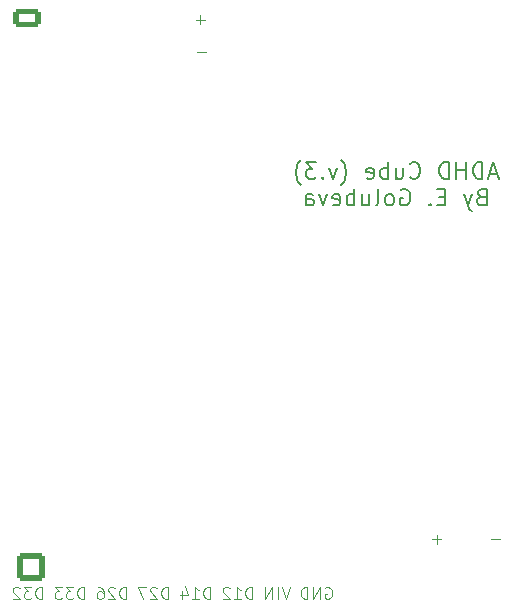
<source format=gbo>
%TF.GenerationSoftware,KiCad,Pcbnew,9.0.5*%
%TF.CreationDate,2025-12-28T14:17:38+02:00*%
%TF.ProjectId,base-schematic-02,62617365-2d73-4636-9865-6d617469632d,rev?*%
%TF.SameCoordinates,Original*%
%TF.FileFunction,Legend,Bot*%
%TF.FilePolarity,Positive*%
%FSLAX46Y46*%
G04 Gerber Fmt 4.6, Leading zero omitted, Abs format (unit mm)*
G04 Created by KiCad (PCBNEW 9.0.5) date 2025-12-28 14:17:38*
%MOMM*%
%LPD*%
G01*
G04 APERTURE LIST*
G04 Aperture macros list*
%AMRoundRect*
0 Rectangle with rounded corners*
0 $1 Rounding radius*
0 $2 $3 $4 $5 $6 $7 $8 $9 X,Y pos of 4 corners*
0 Add a 4 corners polygon primitive as box body*
4,1,4,$2,$3,$4,$5,$6,$7,$8,$9,$2,$3,0*
0 Add four circle primitives for the rounded corners*
1,1,$1+$1,$2,$3*
1,1,$1+$1,$4,$5*
1,1,$1+$1,$6,$7*
1,1,$1+$1,$8,$9*
0 Add four rect primitives between the rounded corners*
20,1,$1+$1,$2,$3,$4,$5,0*
20,1,$1+$1,$4,$5,$6,$7,0*
20,1,$1+$1,$6,$7,$8,$9,0*
20,1,$1+$1,$8,$9,$2,$3,0*%
G04 Aperture macros list end*
%ADD10C,0.100000*%
%ADD11C,0.200000*%
%ADD12C,1.600000*%
%ADD13C,2.400000*%
%ADD14RoundRect,0.250001X-0.949999X-0.949999X0.949999X-0.949999X0.949999X0.949999X-0.949999X0.949999X0*%
%ADD15R,1.700000X1.700000*%
%ADD16C,1.700000*%
%ADD17C,3.200000*%
%ADD18RoundRect,0.250000X-0.950000X-0.550000X0.950000X-0.550000X0.950000X0.550000X-0.950000X0.550000X0*%
%ADD19O,2.400000X1.600000*%
G04 APERTURE END LIST*
D10*
X76776115Y-64421466D02*
X76014211Y-64421466D01*
X76666115Y-61661466D02*
X75904211Y-61661466D01*
X76285163Y-62042419D02*
X76285163Y-61280514D01*
X96696115Y-105641466D02*
X95934211Y-105641466D01*
X96315163Y-106022419D02*
X96315163Y-105260514D01*
X101636115Y-105591466D02*
X100874211Y-105591466D01*
D11*
X101446667Y-74730305D02*
X100780000Y-74730305D01*
X101580000Y-75130305D02*
X101113334Y-73730305D01*
X101113334Y-73730305D02*
X100646667Y-75130305D01*
X100180000Y-75130305D02*
X100180000Y-73730305D01*
X100180000Y-73730305D02*
X99846667Y-73730305D01*
X99846667Y-73730305D02*
X99646667Y-73796972D01*
X99646667Y-73796972D02*
X99513334Y-73930305D01*
X99513334Y-73930305D02*
X99446667Y-74063639D01*
X99446667Y-74063639D02*
X99380000Y-74330305D01*
X99380000Y-74330305D02*
X99380000Y-74530305D01*
X99380000Y-74530305D02*
X99446667Y-74796972D01*
X99446667Y-74796972D02*
X99513334Y-74930305D01*
X99513334Y-74930305D02*
X99646667Y-75063639D01*
X99646667Y-75063639D02*
X99846667Y-75130305D01*
X99846667Y-75130305D02*
X100180000Y-75130305D01*
X98780000Y-75130305D02*
X98780000Y-73730305D01*
X98780000Y-74396972D02*
X97980000Y-74396972D01*
X97980000Y-75130305D02*
X97980000Y-73730305D01*
X97313333Y-75130305D02*
X97313333Y-73730305D01*
X97313333Y-73730305D02*
X96980000Y-73730305D01*
X96980000Y-73730305D02*
X96780000Y-73796972D01*
X96780000Y-73796972D02*
X96646667Y-73930305D01*
X96646667Y-73930305D02*
X96580000Y-74063639D01*
X96580000Y-74063639D02*
X96513333Y-74330305D01*
X96513333Y-74330305D02*
X96513333Y-74530305D01*
X96513333Y-74530305D02*
X96580000Y-74796972D01*
X96580000Y-74796972D02*
X96646667Y-74930305D01*
X96646667Y-74930305D02*
X96780000Y-75063639D01*
X96780000Y-75063639D02*
X96980000Y-75130305D01*
X96980000Y-75130305D02*
X97313333Y-75130305D01*
X94046666Y-74996972D02*
X94113333Y-75063639D01*
X94113333Y-75063639D02*
X94313333Y-75130305D01*
X94313333Y-75130305D02*
X94446666Y-75130305D01*
X94446666Y-75130305D02*
X94646666Y-75063639D01*
X94646666Y-75063639D02*
X94780000Y-74930305D01*
X94780000Y-74930305D02*
X94846666Y-74796972D01*
X94846666Y-74796972D02*
X94913333Y-74530305D01*
X94913333Y-74530305D02*
X94913333Y-74330305D01*
X94913333Y-74330305D02*
X94846666Y-74063639D01*
X94846666Y-74063639D02*
X94780000Y-73930305D01*
X94780000Y-73930305D02*
X94646666Y-73796972D01*
X94646666Y-73796972D02*
X94446666Y-73730305D01*
X94446666Y-73730305D02*
X94313333Y-73730305D01*
X94313333Y-73730305D02*
X94113333Y-73796972D01*
X94113333Y-73796972D02*
X94046666Y-73863639D01*
X92846666Y-74196972D02*
X92846666Y-75130305D01*
X93446666Y-74196972D02*
X93446666Y-74930305D01*
X93446666Y-74930305D02*
X93380000Y-75063639D01*
X93380000Y-75063639D02*
X93246666Y-75130305D01*
X93246666Y-75130305D02*
X93046666Y-75130305D01*
X93046666Y-75130305D02*
X92913333Y-75063639D01*
X92913333Y-75063639D02*
X92846666Y-74996972D01*
X92179999Y-75130305D02*
X92179999Y-73730305D01*
X92179999Y-74263639D02*
X92046666Y-74196972D01*
X92046666Y-74196972D02*
X91779999Y-74196972D01*
X91779999Y-74196972D02*
X91646666Y-74263639D01*
X91646666Y-74263639D02*
X91579999Y-74330305D01*
X91579999Y-74330305D02*
X91513333Y-74463639D01*
X91513333Y-74463639D02*
X91513333Y-74863639D01*
X91513333Y-74863639D02*
X91579999Y-74996972D01*
X91579999Y-74996972D02*
X91646666Y-75063639D01*
X91646666Y-75063639D02*
X91779999Y-75130305D01*
X91779999Y-75130305D02*
X92046666Y-75130305D01*
X92046666Y-75130305D02*
X92179999Y-75063639D01*
X90379999Y-75063639D02*
X90513332Y-75130305D01*
X90513332Y-75130305D02*
X90779999Y-75130305D01*
X90779999Y-75130305D02*
X90913332Y-75063639D01*
X90913332Y-75063639D02*
X90979999Y-74930305D01*
X90979999Y-74930305D02*
X90979999Y-74396972D01*
X90979999Y-74396972D02*
X90913332Y-74263639D01*
X90913332Y-74263639D02*
X90779999Y-74196972D01*
X90779999Y-74196972D02*
X90513332Y-74196972D01*
X90513332Y-74196972D02*
X90379999Y-74263639D01*
X90379999Y-74263639D02*
X90313332Y-74396972D01*
X90313332Y-74396972D02*
X90313332Y-74530305D01*
X90313332Y-74530305D02*
X90979999Y-74663639D01*
X88246665Y-75663639D02*
X88313332Y-75596972D01*
X88313332Y-75596972D02*
X88446665Y-75396972D01*
X88446665Y-75396972D02*
X88513332Y-75263639D01*
X88513332Y-75263639D02*
X88579999Y-75063639D01*
X88579999Y-75063639D02*
X88646665Y-74730305D01*
X88646665Y-74730305D02*
X88646665Y-74463639D01*
X88646665Y-74463639D02*
X88579999Y-74130305D01*
X88579999Y-74130305D02*
X88513332Y-73930305D01*
X88513332Y-73930305D02*
X88446665Y-73796972D01*
X88446665Y-73796972D02*
X88313332Y-73596972D01*
X88313332Y-73596972D02*
X88246665Y-73530305D01*
X87846666Y-74196972D02*
X87513332Y-75130305D01*
X87513332Y-75130305D02*
X87179999Y-74196972D01*
X86646665Y-74996972D02*
X86579999Y-75063639D01*
X86579999Y-75063639D02*
X86646665Y-75130305D01*
X86646665Y-75130305D02*
X86713332Y-75063639D01*
X86713332Y-75063639D02*
X86646665Y-74996972D01*
X86646665Y-74996972D02*
X86646665Y-75130305D01*
X86113332Y-73730305D02*
X85246665Y-73730305D01*
X85246665Y-73730305D02*
X85713332Y-74263639D01*
X85713332Y-74263639D02*
X85513332Y-74263639D01*
X85513332Y-74263639D02*
X85379998Y-74330305D01*
X85379998Y-74330305D02*
X85313332Y-74396972D01*
X85313332Y-74396972D02*
X85246665Y-74530305D01*
X85246665Y-74530305D02*
X85246665Y-74863639D01*
X85246665Y-74863639D02*
X85313332Y-74996972D01*
X85313332Y-74996972D02*
X85379998Y-75063639D01*
X85379998Y-75063639D02*
X85513332Y-75130305D01*
X85513332Y-75130305D02*
X85913332Y-75130305D01*
X85913332Y-75130305D02*
X86046665Y-75063639D01*
X86046665Y-75063639D02*
X86113332Y-74996972D01*
X84779999Y-75663639D02*
X84713332Y-75596972D01*
X84713332Y-75596972D02*
X84579999Y-75396972D01*
X84579999Y-75396972D02*
X84513332Y-75263639D01*
X84513332Y-75263639D02*
X84446665Y-75063639D01*
X84446665Y-75063639D02*
X84379999Y-74730305D01*
X84379999Y-74730305D02*
X84379999Y-74463639D01*
X84379999Y-74463639D02*
X84446665Y-74130305D01*
X84446665Y-74130305D02*
X84513332Y-73930305D01*
X84513332Y-73930305D02*
X84579999Y-73796972D01*
X84579999Y-73796972D02*
X84713332Y-73596972D01*
X84713332Y-73596972D02*
X84779999Y-73530305D01*
X100080001Y-76650894D02*
X99880001Y-76717561D01*
X99880001Y-76717561D02*
X99813334Y-76784227D01*
X99813334Y-76784227D02*
X99746667Y-76917561D01*
X99746667Y-76917561D02*
X99746667Y-77117561D01*
X99746667Y-77117561D02*
X99813334Y-77250894D01*
X99813334Y-77250894D02*
X99880001Y-77317561D01*
X99880001Y-77317561D02*
X100013334Y-77384227D01*
X100013334Y-77384227D02*
X100546667Y-77384227D01*
X100546667Y-77384227D02*
X100546667Y-75984227D01*
X100546667Y-75984227D02*
X100080001Y-75984227D01*
X100080001Y-75984227D02*
X99946667Y-76050894D01*
X99946667Y-76050894D02*
X99880001Y-76117561D01*
X99880001Y-76117561D02*
X99813334Y-76250894D01*
X99813334Y-76250894D02*
X99813334Y-76384227D01*
X99813334Y-76384227D02*
X99880001Y-76517561D01*
X99880001Y-76517561D02*
X99946667Y-76584227D01*
X99946667Y-76584227D02*
X100080001Y-76650894D01*
X100080001Y-76650894D02*
X100546667Y-76650894D01*
X99280001Y-76450894D02*
X98946667Y-77384227D01*
X98613334Y-76450894D02*
X98946667Y-77384227D01*
X98946667Y-77384227D02*
X99080001Y-77717561D01*
X99080001Y-77717561D02*
X99146667Y-77784227D01*
X99146667Y-77784227D02*
X99280001Y-77850894D01*
X97013333Y-76650894D02*
X96546667Y-76650894D01*
X96346667Y-77384227D02*
X97013333Y-77384227D01*
X97013333Y-77384227D02*
X97013333Y-75984227D01*
X97013333Y-75984227D02*
X96346667Y-75984227D01*
X95746666Y-77250894D02*
X95680000Y-77317561D01*
X95680000Y-77317561D02*
X95746666Y-77384227D01*
X95746666Y-77384227D02*
X95813333Y-77317561D01*
X95813333Y-77317561D02*
X95746666Y-77250894D01*
X95746666Y-77250894D02*
X95746666Y-77384227D01*
X93279999Y-76050894D02*
X93413332Y-75984227D01*
X93413332Y-75984227D02*
X93613332Y-75984227D01*
X93613332Y-75984227D02*
X93813332Y-76050894D01*
X93813332Y-76050894D02*
X93946666Y-76184227D01*
X93946666Y-76184227D02*
X94013332Y-76317561D01*
X94013332Y-76317561D02*
X94079999Y-76584227D01*
X94079999Y-76584227D02*
X94079999Y-76784227D01*
X94079999Y-76784227D02*
X94013332Y-77050894D01*
X94013332Y-77050894D02*
X93946666Y-77184227D01*
X93946666Y-77184227D02*
X93813332Y-77317561D01*
X93813332Y-77317561D02*
X93613332Y-77384227D01*
X93613332Y-77384227D02*
X93479999Y-77384227D01*
X93479999Y-77384227D02*
X93279999Y-77317561D01*
X93279999Y-77317561D02*
X93213332Y-77250894D01*
X93213332Y-77250894D02*
X93213332Y-76784227D01*
X93213332Y-76784227D02*
X93479999Y-76784227D01*
X92413332Y-77384227D02*
X92546666Y-77317561D01*
X92546666Y-77317561D02*
X92613332Y-77250894D01*
X92613332Y-77250894D02*
X92679999Y-77117561D01*
X92679999Y-77117561D02*
X92679999Y-76717561D01*
X92679999Y-76717561D02*
X92613332Y-76584227D01*
X92613332Y-76584227D02*
X92546666Y-76517561D01*
X92546666Y-76517561D02*
X92413332Y-76450894D01*
X92413332Y-76450894D02*
X92213332Y-76450894D01*
X92213332Y-76450894D02*
X92079999Y-76517561D01*
X92079999Y-76517561D02*
X92013332Y-76584227D01*
X92013332Y-76584227D02*
X91946666Y-76717561D01*
X91946666Y-76717561D02*
X91946666Y-77117561D01*
X91946666Y-77117561D02*
X92013332Y-77250894D01*
X92013332Y-77250894D02*
X92079999Y-77317561D01*
X92079999Y-77317561D02*
X92213332Y-77384227D01*
X92213332Y-77384227D02*
X92413332Y-77384227D01*
X91146665Y-77384227D02*
X91279999Y-77317561D01*
X91279999Y-77317561D02*
X91346665Y-77184227D01*
X91346665Y-77184227D02*
X91346665Y-75984227D01*
X90013332Y-76450894D02*
X90013332Y-77384227D01*
X90613332Y-76450894D02*
X90613332Y-77184227D01*
X90613332Y-77184227D02*
X90546666Y-77317561D01*
X90546666Y-77317561D02*
X90413332Y-77384227D01*
X90413332Y-77384227D02*
X90213332Y-77384227D01*
X90213332Y-77384227D02*
X90079999Y-77317561D01*
X90079999Y-77317561D02*
X90013332Y-77250894D01*
X89346665Y-77384227D02*
X89346665Y-75984227D01*
X89346665Y-76517561D02*
X89213332Y-76450894D01*
X89213332Y-76450894D02*
X88946665Y-76450894D01*
X88946665Y-76450894D02*
X88813332Y-76517561D01*
X88813332Y-76517561D02*
X88746665Y-76584227D01*
X88746665Y-76584227D02*
X88679999Y-76717561D01*
X88679999Y-76717561D02*
X88679999Y-77117561D01*
X88679999Y-77117561D02*
X88746665Y-77250894D01*
X88746665Y-77250894D02*
X88813332Y-77317561D01*
X88813332Y-77317561D02*
X88946665Y-77384227D01*
X88946665Y-77384227D02*
X89213332Y-77384227D01*
X89213332Y-77384227D02*
X89346665Y-77317561D01*
X87546665Y-77317561D02*
X87679998Y-77384227D01*
X87679998Y-77384227D02*
X87946665Y-77384227D01*
X87946665Y-77384227D02*
X88079998Y-77317561D01*
X88079998Y-77317561D02*
X88146665Y-77184227D01*
X88146665Y-77184227D02*
X88146665Y-76650894D01*
X88146665Y-76650894D02*
X88079998Y-76517561D01*
X88079998Y-76517561D02*
X87946665Y-76450894D01*
X87946665Y-76450894D02*
X87679998Y-76450894D01*
X87679998Y-76450894D02*
X87546665Y-76517561D01*
X87546665Y-76517561D02*
X87479998Y-76650894D01*
X87479998Y-76650894D02*
X87479998Y-76784227D01*
X87479998Y-76784227D02*
X88146665Y-76917561D01*
X87013332Y-76450894D02*
X86679998Y-77384227D01*
X86679998Y-77384227D02*
X86346665Y-76450894D01*
X85213331Y-77384227D02*
X85213331Y-76650894D01*
X85213331Y-76650894D02*
X85279998Y-76517561D01*
X85279998Y-76517561D02*
X85413331Y-76450894D01*
X85413331Y-76450894D02*
X85679998Y-76450894D01*
X85679998Y-76450894D02*
X85813331Y-76517561D01*
X85213331Y-77317561D02*
X85346665Y-77384227D01*
X85346665Y-77384227D02*
X85679998Y-77384227D01*
X85679998Y-77384227D02*
X85813331Y-77317561D01*
X85813331Y-77317561D02*
X85879998Y-77184227D01*
X85879998Y-77184227D02*
X85879998Y-77050894D01*
X85879998Y-77050894D02*
X85813331Y-76917561D01*
X85813331Y-76917561D02*
X85679998Y-76850894D01*
X85679998Y-76850894D02*
X85346665Y-76850894D01*
X85346665Y-76850894D02*
X85213331Y-76784227D01*
D10*
X62896115Y-110692419D02*
X62896115Y-109692419D01*
X62896115Y-109692419D02*
X62658020Y-109692419D01*
X62658020Y-109692419D02*
X62515163Y-109740038D01*
X62515163Y-109740038D02*
X62419925Y-109835276D01*
X62419925Y-109835276D02*
X62372306Y-109930514D01*
X62372306Y-109930514D02*
X62324687Y-110120990D01*
X62324687Y-110120990D02*
X62324687Y-110263847D01*
X62324687Y-110263847D02*
X62372306Y-110454323D01*
X62372306Y-110454323D02*
X62419925Y-110549561D01*
X62419925Y-110549561D02*
X62515163Y-110644800D01*
X62515163Y-110644800D02*
X62658020Y-110692419D01*
X62658020Y-110692419D02*
X62896115Y-110692419D01*
X61991353Y-109692419D02*
X61372306Y-109692419D01*
X61372306Y-109692419D02*
X61705639Y-110073371D01*
X61705639Y-110073371D02*
X61562782Y-110073371D01*
X61562782Y-110073371D02*
X61467544Y-110120990D01*
X61467544Y-110120990D02*
X61419925Y-110168609D01*
X61419925Y-110168609D02*
X61372306Y-110263847D01*
X61372306Y-110263847D02*
X61372306Y-110501942D01*
X61372306Y-110501942D02*
X61419925Y-110597180D01*
X61419925Y-110597180D02*
X61467544Y-110644800D01*
X61467544Y-110644800D02*
X61562782Y-110692419D01*
X61562782Y-110692419D02*
X61848496Y-110692419D01*
X61848496Y-110692419D02*
X61943734Y-110644800D01*
X61943734Y-110644800D02*
X61991353Y-110597180D01*
X60991353Y-109787657D02*
X60943734Y-109740038D01*
X60943734Y-109740038D02*
X60848496Y-109692419D01*
X60848496Y-109692419D02*
X60610401Y-109692419D01*
X60610401Y-109692419D02*
X60515163Y-109740038D01*
X60515163Y-109740038D02*
X60467544Y-109787657D01*
X60467544Y-109787657D02*
X60419925Y-109882895D01*
X60419925Y-109882895D02*
X60419925Y-109978133D01*
X60419925Y-109978133D02*
X60467544Y-110120990D01*
X60467544Y-110120990D02*
X61038972Y-110692419D01*
X61038972Y-110692419D02*
X60419925Y-110692419D01*
X66451965Y-110692419D02*
X66451965Y-109692419D01*
X66451965Y-109692419D02*
X66213870Y-109692419D01*
X66213870Y-109692419D02*
X66071013Y-109740038D01*
X66071013Y-109740038D02*
X65975775Y-109835276D01*
X65975775Y-109835276D02*
X65928156Y-109930514D01*
X65928156Y-109930514D02*
X65880537Y-110120990D01*
X65880537Y-110120990D02*
X65880537Y-110263847D01*
X65880537Y-110263847D02*
X65928156Y-110454323D01*
X65928156Y-110454323D02*
X65975775Y-110549561D01*
X65975775Y-110549561D02*
X66071013Y-110644800D01*
X66071013Y-110644800D02*
X66213870Y-110692419D01*
X66213870Y-110692419D02*
X66451965Y-110692419D01*
X65547203Y-109692419D02*
X64928156Y-109692419D01*
X64928156Y-109692419D02*
X65261489Y-110073371D01*
X65261489Y-110073371D02*
X65118632Y-110073371D01*
X65118632Y-110073371D02*
X65023394Y-110120990D01*
X65023394Y-110120990D02*
X64975775Y-110168609D01*
X64975775Y-110168609D02*
X64928156Y-110263847D01*
X64928156Y-110263847D02*
X64928156Y-110501942D01*
X64928156Y-110501942D02*
X64975775Y-110597180D01*
X64975775Y-110597180D02*
X65023394Y-110644800D01*
X65023394Y-110644800D02*
X65118632Y-110692419D01*
X65118632Y-110692419D02*
X65404346Y-110692419D01*
X65404346Y-110692419D02*
X65499584Y-110644800D01*
X65499584Y-110644800D02*
X65547203Y-110597180D01*
X64594822Y-109692419D02*
X63975775Y-109692419D01*
X63975775Y-109692419D02*
X64309108Y-110073371D01*
X64309108Y-110073371D02*
X64166251Y-110073371D01*
X64166251Y-110073371D02*
X64071013Y-110120990D01*
X64071013Y-110120990D02*
X64023394Y-110168609D01*
X64023394Y-110168609D02*
X63975775Y-110263847D01*
X63975775Y-110263847D02*
X63975775Y-110501942D01*
X63975775Y-110501942D02*
X64023394Y-110597180D01*
X64023394Y-110597180D02*
X64071013Y-110644800D01*
X64071013Y-110644800D02*
X64166251Y-110692419D01*
X64166251Y-110692419D02*
X64451965Y-110692419D01*
X64451965Y-110692419D02*
X64547203Y-110644800D01*
X64547203Y-110644800D02*
X64594822Y-110597180D01*
X70007816Y-110692419D02*
X70007816Y-109692419D01*
X70007816Y-109692419D02*
X69769721Y-109692419D01*
X69769721Y-109692419D02*
X69626864Y-109740038D01*
X69626864Y-109740038D02*
X69531626Y-109835276D01*
X69531626Y-109835276D02*
X69484007Y-109930514D01*
X69484007Y-109930514D02*
X69436388Y-110120990D01*
X69436388Y-110120990D02*
X69436388Y-110263847D01*
X69436388Y-110263847D02*
X69484007Y-110454323D01*
X69484007Y-110454323D02*
X69531626Y-110549561D01*
X69531626Y-110549561D02*
X69626864Y-110644800D01*
X69626864Y-110644800D02*
X69769721Y-110692419D01*
X69769721Y-110692419D02*
X70007816Y-110692419D01*
X69055435Y-109787657D02*
X69007816Y-109740038D01*
X69007816Y-109740038D02*
X68912578Y-109692419D01*
X68912578Y-109692419D02*
X68674483Y-109692419D01*
X68674483Y-109692419D02*
X68579245Y-109740038D01*
X68579245Y-109740038D02*
X68531626Y-109787657D01*
X68531626Y-109787657D02*
X68484007Y-109882895D01*
X68484007Y-109882895D02*
X68484007Y-109978133D01*
X68484007Y-109978133D02*
X68531626Y-110120990D01*
X68531626Y-110120990D02*
X69103054Y-110692419D01*
X69103054Y-110692419D02*
X68484007Y-110692419D01*
X67626864Y-109692419D02*
X67817340Y-109692419D01*
X67817340Y-109692419D02*
X67912578Y-109740038D01*
X67912578Y-109740038D02*
X67960197Y-109787657D01*
X67960197Y-109787657D02*
X68055435Y-109930514D01*
X68055435Y-109930514D02*
X68103054Y-110120990D01*
X68103054Y-110120990D02*
X68103054Y-110501942D01*
X68103054Y-110501942D02*
X68055435Y-110597180D01*
X68055435Y-110597180D02*
X68007816Y-110644800D01*
X68007816Y-110644800D02*
X67912578Y-110692419D01*
X67912578Y-110692419D02*
X67722102Y-110692419D01*
X67722102Y-110692419D02*
X67626864Y-110644800D01*
X67626864Y-110644800D02*
X67579245Y-110597180D01*
X67579245Y-110597180D02*
X67531626Y-110501942D01*
X67531626Y-110501942D02*
X67531626Y-110263847D01*
X67531626Y-110263847D02*
X67579245Y-110168609D01*
X67579245Y-110168609D02*
X67626864Y-110120990D01*
X67626864Y-110120990D02*
X67722102Y-110073371D01*
X67722102Y-110073371D02*
X67912578Y-110073371D01*
X67912578Y-110073371D02*
X68007816Y-110120990D01*
X68007816Y-110120990D02*
X68055435Y-110168609D01*
X68055435Y-110168609D02*
X68103054Y-110263847D01*
X73563666Y-110692419D02*
X73563666Y-109692419D01*
X73563666Y-109692419D02*
X73325571Y-109692419D01*
X73325571Y-109692419D02*
X73182714Y-109740038D01*
X73182714Y-109740038D02*
X73087476Y-109835276D01*
X73087476Y-109835276D02*
X73039857Y-109930514D01*
X73039857Y-109930514D02*
X72992238Y-110120990D01*
X72992238Y-110120990D02*
X72992238Y-110263847D01*
X72992238Y-110263847D02*
X73039857Y-110454323D01*
X73039857Y-110454323D02*
X73087476Y-110549561D01*
X73087476Y-110549561D02*
X73182714Y-110644800D01*
X73182714Y-110644800D02*
X73325571Y-110692419D01*
X73325571Y-110692419D02*
X73563666Y-110692419D01*
X72611285Y-109787657D02*
X72563666Y-109740038D01*
X72563666Y-109740038D02*
X72468428Y-109692419D01*
X72468428Y-109692419D02*
X72230333Y-109692419D01*
X72230333Y-109692419D02*
X72135095Y-109740038D01*
X72135095Y-109740038D02*
X72087476Y-109787657D01*
X72087476Y-109787657D02*
X72039857Y-109882895D01*
X72039857Y-109882895D02*
X72039857Y-109978133D01*
X72039857Y-109978133D02*
X72087476Y-110120990D01*
X72087476Y-110120990D02*
X72658904Y-110692419D01*
X72658904Y-110692419D02*
X72039857Y-110692419D01*
X71706523Y-109692419D02*
X71039857Y-109692419D01*
X71039857Y-109692419D02*
X71468428Y-110692419D01*
X77119517Y-110692419D02*
X77119517Y-109692419D01*
X77119517Y-109692419D02*
X76881422Y-109692419D01*
X76881422Y-109692419D02*
X76738565Y-109740038D01*
X76738565Y-109740038D02*
X76643327Y-109835276D01*
X76643327Y-109835276D02*
X76595708Y-109930514D01*
X76595708Y-109930514D02*
X76548089Y-110120990D01*
X76548089Y-110120990D02*
X76548089Y-110263847D01*
X76548089Y-110263847D02*
X76595708Y-110454323D01*
X76595708Y-110454323D02*
X76643327Y-110549561D01*
X76643327Y-110549561D02*
X76738565Y-110644800D01*
X76738565Y-110644800D02*
X76881422Y-110692419D01*
X76881422Y-110692419D02*
X77119517Y-110692419D01*
X75595708Y-110692419D02*
X76167136Y-110692419D01*
X75881422Y-110692419D02*
X75881422Y-109692419D01*
X75881422Y-109692419D02*
X75976660Y-109835276D01*
X75976660Y-109835276D02*
X76071898Y-109930514D01*
X76071898Y-109930514D02*
X76167136Y-109978133D01*
X74738565Y-110025752D02*
X74738565Y-110692419D01*
X74976660Y-109644800D02*
X75214755Y-110359085D01*
X75214755Y-110359085D02*
X74595708Y-110359085D01*
X80675367Y-110692419D02*
X80675367Y-109692419D01*
X80675367Y-109692419D02*
X80437272Y-109692419D01*
X80437272Y-109692419D02*
X80294415Y-109740038D01*
X80294415Y-109740038D02*
X80199177Y-109835276D01*
X80199177Y-109835276D02*
X80151558Y-109930514D01*
X80151558Y-109930514D02*
X80103939Y-110120990D01*
X80103939Y-110120990D02*
X80103939Y-110263847D01*
X80103939Y-110263847D02*
X80151558Y-110454323D01*
X80151558Y-110454323D02*
X80199177Y-110549561D01*
X80199177Y-110549561D02*
X80294415Y-110644800D01*
X80294415Y-110644800D02*
X80437272Y-110692419D01*
X80437272Y-110692419D02*
X80675367Y-110692419D01*
X79151558Y-110692419D02*
X79722986Y-110692419D01*
X79437272Y-110692419D02*
X79437272Y-109692419D01*
X79437272Y-109692419D02*
X79532510Y-109835276D01*
X79532510Y-109835276D02*
X79627748Y-109930514D01*
X79627748Y-109930514D02*
X79722986Y-109978133D01*
X78770605Y-109787657D02*
X78722986Y-109740038D01*
X78722986Y-109740038D02*
X78627748Y-109692419D01*
X78627748Y-109692419D02*
X78389653Y-109692419D01*
X78389653Y-109692419D02*
X78294415Y-109740038D01*
X78294415Y-109740038D02*
X78246796Y-109787657D01*
X78246796Y-109787657D02*
X78199177Y-109882895D01*
X78199177Y-109882895D02*
X78199177Y-109978133D01*
X78199177Y-109978133D02*
X78246796Y-110120990D01*
X78246796Y-110120990D02*
X78818224Y-110692419D01*
X78818224Y-110692419D02*
X78199177Y-110692419D01*
X83850265Y-109692419D02*
X83516932Y-110692419D01*
X83516932Y-110692419D02*
X83183599Y-109692419D01*
X82850265Y-110692419D02*
X82850265Y-109692419D01*
X82374075Y-110692419D02*
X82374075Y-109692419D01*
X82374075Y-109692419D02*
X81802647Y-110692419D01*
X81802647Y-110692419D02*
X81802647Y-109692419D01*
X86882306Y-109740038D02*
X86977544Y-109692419D01*
X86977544Y-109692419D02*
X87120401Y-109692419D01*
X87120401Y-109692419D02*
X87263258Y-109740038D01*
X87263258Y-109740038D02*
X87358496Y-109835276D01*
X87358496Y-109835276D02*
X87406115Y-109930514D01*
X87406115Y-109930514D02*
X87453734Y-110120990D01*
X87453734Y-110120990D02*
X87453734Y-110263847D01*
X87453734Y-110263847D02*
X87406115Y-110454323D01*
X87406115Y-110454323D02*
X87358496Y-110549561D01*
X87358496Y-110549561D02*
X87263258Y-110644800D01*
X87263258Y-110644800D02*
X87120401Y-110692419D01*
X87120401Y-110692419D02*
X87025163Y-110692419D01*
X87025163Y-110692419D02*
X86882306Y-110644800D01*
X86882306Y-110644800D02*
X86834687Y-110597180D01*
X86834687Y-110597180D02*
X86834687Y-110263847D01*
X86834687Y-110263847D02*
X87025163Y-110263847D01*
X86406115Y-110692419D02*
X86406115Y-109692419D01*
X86406115Y-109692419D02*
X85834687Y-110692419D01*
X85834687Y-110692419D02*
X85834687Y-109692419D01*
X85358496Y-110692419D02*
X85358496Y-109692419D01*
X85358496Y-109692419D02*
X85120401Y-109692419D01*
X85120401Y-109692419D02*
X84977544Y-109740038D01*
X84977544Y-109740038D02*
X84882306Y-109835276D01*
X84882306Y-109835276D02*
X84834687Y-109930514D01*
X84834687Y-109930514D02*
X84787068Y-110120990D01*
X84787068Y-110120990D02*
X84787068Y-110263847D01*
X84787068Y-110263847D02*
X84834687Y-110454323D01*
X84834687Y-110454323D02*
X84882306Y-110549561D01*
X84882306Y-110549561D02*
X84977544Y-110644800D01*
X84977544Y-110644800D02*
X85120401Y-110692419D01*
X85120401Y-110692419D02*
X85358496Y-110692419D01*
%LPC*%
D12*
%TO.C,C2*%
X96160000Y-107270000D03*
X101160000Y-107270000D03*
%TD*%
D13*
%TO.C,J4*%
X86500000Y-108000000D03*
X83000000Y-108000000D03*
X79500000Y-108000000D03*
X76000000Y-108000000D03*
X72500000Y-108000000D03*
X69000000Y-108000000D03*
X65500000Y-108000000D03*
D14*
X62000000Y-108000000D03*
%TD*%
D12*
%TO.C,C1*%
X74440000Y-61710000D03*
X74440000Y-64210000D03*
%TD*%
D15*
%TO.C,J2*%
X79400000Y-59460000D03*
D16*
X79400000Y-62000000D03*
X79400000Y-64540000D03*
X79400000Y-67080000D03*
X79400000Y-69620000D03*
X79400000Y-72160000D03*
X79400000Y-74700000D03*
X79400000Y-77240000D03*
X79400000Y-79780000D03*
X79400000Y-82320000D03*
X79400000Y-84860000D03*
X79400000Y-87400000D03*
X79400000Y-89940000D03*
X79400000Y-92480000D03*
X79400000Y-95020000D03*
%TD*%
D15*
%TO.C,J1*%
X54000000Y-59460000D03*
D16*
X54000000Y-62000000D03*
X54000000Y-64540000D03*
X54000000Y-67080000D03*
X54000000Y-69620000D03*
X54000000Y-72160000D03*
X54000000Y-74700000D03*
X54000000Y-77240000D03*
X54000000Y-79780000D03*
X54000000Y-82320000D03*
X54000000Y-84860000D03*
X54000000Y-87400000D03*
X54000000Y-89940000D03*
X54000000Y-92480000D03*
X54000000Y-95020000D03*
%TD*%
D17*
%TO.C,H1*%
X53600000Y-53600000D03*
%TD*%
D12*
%TO.C,R2*%
X63053000Y-89255000D03*
X63053000Y-96875000D03*
%TD*%
%TO.C,R1*%
X59810000Y-89255000D03*
X59810000Y-96875000D03*
%TD*%
D15*
%TO.C,J3-DAC1*%
X90750000Y-55325000D03*
D16*
X93290000Y-55325000D03*
X95830000Y-55325000D03*
X98370000Y-55325000D03*
X100910000Y-55325000D03*
X103450000Y-55325000D03*
X105990000Y-55325000D03*
%TD*%
D17*
%TO.C,H4*%
X53600000Y-111400000D03*
%TD*%
D12*
%TO.C,R4*%
X69539000Y-89255000D03*
X69539000Y-96875000D03*
%TD*%
%TO.C,R6*%
X76025000Y-89255000D03*
X76025000Y-96875000D03*
%TD*%
%TO.C,R5*%
X72782000Y-89255000D03*
X72782000Y-96875000D03*
%TD*%
%TO.C,R3*%
X66296000Y-89255000D03*
X66296000Y-96875000D03*
%TD*%
D18*
%TO.C,U1*%
X61650000Y-61510000D03*
D19*
X61650000Y-64050000D03*
X61650000Y-66590000D03*
X61650000Y-69130000D03*
X61650000Y-71670000D03*
X61650000Y-74210000D03*
X61650000Y-76750000D03*
X61650000Y-79290000D03*
X61650000Y-81830000D03*
X61650000Y-84370000D03*
X69270000Y-84370000D03*
X69270000Y-81830000D03*
X69270000Y-79290000D03*
X69270000Y-76750000D03*
X69270000Y-74210000D03*
X69270000Y-71670000D03*
X69270000Y-69130000D03*
X69270000Y-66590000D03*
X69270000Y-64050000D03*
X69270000Y-61510000D03*
%TD*%
D17*
%TO.C,H3*%
X111450000Y-111430000D03*
%TD*%
%TO.C,H2*%
X111400000Y-53600000D03*
%TD*%
D15*
%TO.C,J4-IMU1*%
X107009138Y-95394959D03*
D16*
X104469138Y-95394959D03*
X101929138Y-95394959D03*
X99389138Y-95394959D03*
X96849138Y-95394959D03*
X94309138Y-95394959D03*
X91769138Y-95394959D03*
X89229138Y-95394959D03*
%TD*%
%LPD*%
M02*

</source>
